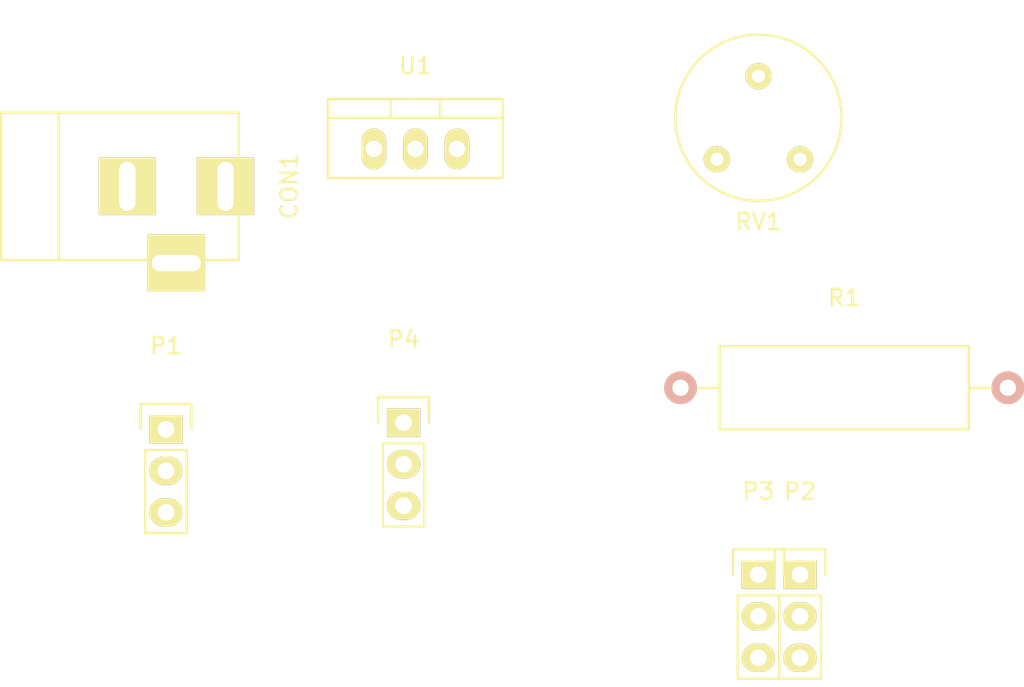
<source format=kicad_pcb>
(kicad_pcb (version 4) (host pcbnew "(2015-12-07 BZR 6352)-product")

  (general
    (links 19)
    (no_connects 11)
    (area 0 0 0 0)
    (thickness 1.6)
    (drawings 0)
    (tracks 0)
    (zones 0)
    (modules 8)
    (nets 5)
  )

  (page A4)
  (layers
    (0 F.Cu signal)
    (31 B.Cu signal)
    (32 B.Adhes user)
    (33 F.Adhes user)
    (34 B.Paste user)
    (35 F.Paste user)
    (36 B.SilkS user)
    (37 F.SilkS user)
    (38 B.Mask user)
    (39 F.Mask user)
    (40 Dwgs.User user)
    (41 Cmts.User user)
    (42 Eco1.User user)
    (43 Eco2.User user)
    (44 Edge.Cuts user)
    (45 Margin user)
    (46 B.CrtYd user)
    (47 F.CrtYd user)
    (48 B.Fab user)
    (49 F.Fab user)
  )

  (setup
    (last_trace_width 0.25)
    (trace_clearance 0.2)
    (zone_clearance 0.508)
    (zone_45_only no)
    (trace_min 0.2)
    (segment_width 0.2)
    (edge_width 0.15)
    (via_size 0.6)
    (via_drill 0.4)
    (via_min_size 0.4)
    (via_min_drill 0.3)
    (uvia_size 0.3)
    (uvia_drill 0.1)
    (uvias_allowed no)
    (uvia_min_size 0.2)
    (uvia_min_drill 0.1)
    (pcb_text_width 0.3)
    (pcb_text_size 1.5 1.5)
    (mod_edge_width 0.15)
    (mod_text_size 1 1)
    (mod_text_width 0.15)
    (pad_size 1.524 1.524)
    (pad_drill 0.762)
    (pad_to_mask_clearance 0.2)
    (aux_axis_origin 0 0)
    (visible_elements FFFFFF7F)
    (pcbplotparams
      (layerselection 0x00030_80000001)
      (usegerberextensions false)
      (excludeedgelayer true)
      (linewidth 0.100000)
      (plotframeref false)
      (viasonmask false)
      (mode 1)
      (useauxorigin false)
      (hpglpennumber 1)
      (hpglpenspeed 20)
      (hpglpendiameter 15)
      (hpglpenoverlay 2)
      (psnegative false)
      (psa4output false)
      (plotreference true)
      (plotvalue true)
      (plotinvisibletext false)
      (padsonsilk false)
      (subtractmaskfromsilk false)
      (outputformat 1)
      (mirror false)
      (drillshape 1)
      (scaleselection 1)
      (outputdirectory ""))
  )

  (net 0 "")
  (net 1 +9V)
  (net 2 GND)
  (net 3 "Net-(P3-Pad1)")
  (net 4 "Net-(R1-Pad2)")

  (net_class Default "This is the default net class."
    (clearance 0.2)
    (trace_width 0.25)
    (via_dia 0.6)
    (via_drill 0.4)
    (uvia_dia 0.3)
    (uvia_drill 0.1)
    (add_net +9V)
    (add_net GND)
    (add_net "Net-(P3-Pad1)")
    (add_net "Net-(R1-Pad2)")
  )

  (module Connect:BARREL_JACK (layer F.Cu) (tedit 0) (tstamp 56C11A6D)
    (at 131.4196 90.551)
    (descr "DC Barrel Jack")
    (tags "Power Jack")
    (path /56C10DA0)
    (fp_text reference CON1 (at 10.09904 0 90) (layer F.SilkS)
      (effects (font (size 1 1) (thickness 0.15)))
    )
    (fp_text value BARREL_JACK (at 0 -5.99948) (layer F.Fab)
      (effects (font (size 1 1) (thickness 0.15)))
    )
    (fp_line (start -4.0005 -4.50088) (end -4.0005 4.50088) (layer F.SilkS) (width 0.15))
    (fp_line (start -7.50062 -4.50088) (end -7.50062 4.50088) (layer F.SilkS) (width 0.15))
    (fp_line (start -7.50062 4.50088) (end 7.00024 4.50088) (layer F.SilkS) (width 0.15))
    (fp_line (start 7.00024 4.50088) (end 7.00024 -4.50088) (layer F.SilkS) (width 0.15))
    (fp_line (start 7.00024 -4.50088) (end -7.50062 -4.50088) (layer F.SilkS) (width 0.15))
    (pad 1 thru_hole rect (at 6.20014 0) (size 3.50012 3.50012) (drill oval 1.00076 2.99974) (layers *.Cu *.Mask F.SilkS)
      (net 1 +9V))
    (pad 2 thru_hole rect (at 0.20066 0) (size 3.50012 3.50012) (drill oval 1.00076 2.99974) (layers *.Cu *.Mask F.SilkS)
      (net 2 GND))
    (pad 3 thru_hole rect (at 3.2004 4.699) (size 3.50012 3.50012) (drill oval 2.99974 1.00076) (layers *.Cu *.Mask F.SilkS)
      (net 2 GND))
  )

  (module Pin_Headers:Pin_Header_Straight_1x03 (layer F.Cu) (tedit 0) (tstamp 56C11A74)
    (at 133.985 105.41)
    (descr "Through hole pin header")
    (tags "pin header")
    (path /56C11BA3)
    (fp_text reference P1 (at 0 -5.1) (layer F.SilkS)
      (effects (font (size 1 1) (thickness 0.15)))
    )
    (fp_text value CONN_01X03 (at 0 -3.1) (layer F.Fab)
      (effects (font (size 1 1) (thickness 0.15)))
    )
    (fp_line (start -1.75 -1.75) (end -1.75 6.85) (layer F.CrtYd) (width 0.05))
    (fp_line (start 1.75 -1.75) (end 1.75 6.85) (layer F.CrtYd) (width 0.05))
    (fp_line (start -1.75 -1.75) (end 1.75 -1.75) (layer F.CrtYd) (width 0.05))
    (fp_line (start -1.75 6.85) (end 1.75 6.85) (layer F.CrtYd) (width 0.05))
    (fp_line (start -1.27 1.27) (end -1.27 6.35) (layer F.SilkS) (width 0.15))
    (fp_line (start -1.27 6.35) (end 1.27 6.35) (layer F.SilkS) (width 0.15))
    (fp_line (start 1.27 6.35) (end 1.27 1.27) (layer F.SilkS) (width 0.15))
    (fp_line (start 1.55 -1.55) (end 1.55 0) (layer F.SilkS) (width 0.15))
    (fp_line (start 1.27 1.27) (end -1.27 1.27) (layer F.SilkS) (width 0.15))
    (fp_line (start -1.55 0) (end -1.55 -1.55) (layer F.SilkS) (width 0.15))
    (fp_line (start -1.55 -1.55) (end 1.55 -1.55) (layer F.SilkS) (width 0.15))
    (pad 1 thru_hole rect (at 0 0) (size 2.032 1.7272) (drill 1.016) (layers *.Cu *.Mask F.SilkS)
      (net 2 GND))
    (pad 2 thru_hole oval (at 0 2.54) (size 2.032 1.7272) (drill 1.016) (layers *.Cu *.Mask F.SilkS)
      (net 2 GND))
    (pad 3 thru_hole oval (at 0 5.08) (size 2.032 1.7272) (drill 1.016) (layers *.Cu *.Mask F.SilkS)
      (net 2 GND))
    (model Pin_Headers.3dshapes/Pin_Header_Straight_1x03.wrl
      (at (xyz 0 -0.1 0))
      (scale (xyz 1 1 1))
      (rotate (xyz 0 0 90))
    )
  )

  (module Pin_Headers:Pin_Header_Straight_1x03 (layer F.Cu) (tedit 0) (tstamp 56C11A7B)
    (at 172.72 114.3)
    (descr "Through hole pin header")
    (tags "pin header")
    (path /56C11C3C)
    (fp_text reference P2 (at 0 -5.1) (layer F.SilkS)
      (effects (font (size 1 1) (thickness 0.15)))
    )
    (fp_text value CONN_01X03 (at 0 -3.1) (layer F.Fab)
      (effects (font (size 1 1) (thickness 0.15)))
    )
    (fp_line (start -1.75 -1.75) (end -1.75 6.85) (layer F.CrtYd) (width 0.05))
    (fp_line (start 1.75 -1.75) (end 1.75 6.85) (layer F.CrtYd) (width 0.05))
    (fp_line (start -1.75 -1.75) (end 1.75 -1.75) (layer F.CrtYd) (width 0.05))
    (fp_line (start -1.75 6.85) (end 1.75 6.85) (layer F.CrtYd) (width 0.05))
    (fp_line (start -1.27 1.27) (end -1.27 6.35) (layer F.SilkS) (width 0.15))
    (fp_line (start -1.27 6.35) (end 1.27 6.35) (layer F.SilkS) (width 0.15))
    (fp_line (start 1.27 6.35) (end 1.27 1.27) (layer F.SilkS) (width 0.15))
    (fp_line (start 1.55 -1.55) (end 1.55 0) (layer F.SilkS) (width 0.15))
    (fp_line (start 1.27 1.27) (end -1.27 1.27) (layer F.SilkS) (width 0.15))
    (fp_line (start -1.55 0) (end -1.55 -1.55) (layer F.SilkS) (width 0.15))
    (fp_line (start -1.55 -1.55) (end 1.55 -1.55) (layer F.SilkS) (width 0.15))
    (pad 1 thru_hole rect (at 0 0) (size 2.032 1.7272) (drill 1.016) (layers *.Cu *.Mask F.SilkS)
      (net 2 GND))
    (pad 2 thru_hole oval (at 0 2.54) (size 2.032 1.7272) (drill 1.016) (layers *.Cu *.Mask F.SilkS)
      (net 2 GND))
    (pad 3 thru_hole oval (at 0 5.08) (size 2.032 1.7272) (drill 1.016) (layers *.Cu *.Mask F.SilkS)
      (net 2 GND))
    (model Pin_Headers.3dshapes/Pin_Header_Straight_1x03.wrl
      (at (xyz 0 -0.1 0))
      (scale (xyz 1 1 1))
      (rotate (xyz 0 0 90))
    )
  )

  (module Pin_Headers:Pin_Header_Straight_1x03 (layer F.Cu) (tedit 0) (tstamp 56C11A82)
    (at 170.18 114.3)
    (descr "Through hole pin header")
    (tags "pin header")
    (path /56C11B19)
    (fp_text reference P3 (at 0 -5.1) (layer F.SilkS)
      (effects (font (size 1 1) (thickness 0.15)))
    )
    (fp_text value CONN_01X03 (at 0 -3.1) (layer F.Fab)
      (effects (font (size 1 1) (thickness 0.15)))
    )
    (fp_line (start -1.75 -1.75) (end -1.75 6.85) (layer F.CrtYd) (width 0.05))
    (fp_line (start 1.75 -1.75) (end 1.75 6.85) (layer F.CrtYd) (width 0.05))
    (fp_line (start -1.75 -1.75) (end 1.75 -1.75) (layer F.CrtYd) (width 0.05))
    (fp_line (start -1.75 6.85) (end 1.75 6.85) (layer F.CrtYd) (width 0.05))
    (fp_line (start -1.27 1.27) (end -1.27 6.35) (layer F.SilkS) (width 0.15))
    (fp_line (start -1.27 6.35) (end 1.27 6.35) (layer F.SilkS) (width 0.15))
    (fp_line (start 1.27 6.35) (end 1.27 1.27) (layer F.SilkS) (width 0.15))
    (fp_line (start 1.55 -1.55) (end 1.55 0) (layer F.SilkS) (width 0.15))
    (fp_line (start 1.27 1.27) (end -1.27 1.27) (layer F.SilkS) (width 0.15))
    (fp_line (start -1.55 0) (end -1.55 -1.55) (layer F.SilkS) (width 0.15))
    (fp_line (start -1.55 -1.55) (end 1.55 -1.55) (layer F.SilkS) (width 0.15))
    (pad 1 thru_hole rect (at 0 0) (size 2.032 1.7272) (drill 1.016) (layers *.Cu *.Mask F.SilkS)
      (net 3 "Net-(P3-Pad1)"))
    (pad 2 thru_hole oval (at 0 2.54) (size 2.032 1.7272) (drill 1.016) (layers *.Cu *.Mask F.SilkS)
      (net 3 "Net-(P3-Pad1)"))
    (pad 3 thru_hole oval (at 0 5.08) (size 2.032 1.7272) (drill 1.016) (layers *.Cu *.Mask F.SilkS)
      (net 3 "Net-(P3-Pad1)"))
    (model Pin_Headers.3dshapes/Pin_Header_Straight_1x03.wrl
      (at (xyz 0 -0.1 0))
      (scale (xyz 1 1 1))
      (rotate (xyz 0 0 90))
    )
  )

  (module Pin_Headers:Pin_Header_Straight_1x03 (layer F.Cu) (tedit 0) (tstamp 56C11A89)
    (at 148.5011 105.0036)
    (descr "Through hole pin header")
    (tags "pin header")
    (path /56C11B51)
    (fp_text reference P4 (at 0 -5.1) (layer F.SilkS)
      (effects (font (size 1 1) (thickness 0.15)))
    )
    (fp_text value CONN_01X03 (at 0 -3.1) (layer F.Fab)
      (effects (font (size 1 1) (thickness 0.15)))
    )
    (fp_line (start -1.75 -1.75) (end -1.75 6.85) (layer F.CrtYd) (width 0.05))
    (fp_line (start 1.75 -1.75) (end 1.75 6.85) (layer F.CrtYd) (width 0.05))
    (fp_line (start -1.75 -1.75) (end 1.75 -1.75) (layer F.CrtYd) (width 0.05))
    (fp_line (start -1.75 6.85) (end 1.75 6.85) (layer F.CrtYd) (width 0.05))
    (fp_line (start -1.27 1.27) (end -1.27 6.35) (layer F.SilkS) (width 0.15))
    (fp_line (start -1.27 6.35) (end 1.27 6.35) (layer F.SilkS) (width 0.15))
    (fp_line (start 1.27 6.35) (end 1.27 1.27) (layer F.SilkS) (width 0.15))
    (fp_line (start 1.55 -1.55) (end 1.55 0) (layer F.SilkS) (width 0.15))
    (fp_line (start 1.27 1.27) (end -1.27 1.27) (layer F.SilkS) (width 0.15))
    (fp_line (start -1.55 0) (end -1.55 -1.55) (layer F.SilkS) (width 0.15))
    (fp_line (start -1.55 -1.55) (end 1.55 -1.55) (layer F.SilkS) (width 0.15))
    (pad 1 thru_hole rect (at 0 0) (size 2.032 1.7272) (drill 1.016) (layers *.Cu *.Mask F.SilkS)
      (net 3 "Net-(P3-Pad1)"))
    (pad 2 thru_hole oval (at 0 2.54) (size 2.032 1.7272) (drill 1.016) (layers *.Cu *.Mask F.SilkS)
      (net 3 "Net-(P3-Pad1)"))
    (pad 3 thru_hole oval (at 0 5.08) (size 2.032 1.7272) (drill 1.016) (layers *.Cu *.Mask F.SilkS)
      (net 3 "Net-(P3-Pad1)"))
    (model Pin_Headers.3dshapes/Pin_Header_Straight_1x03.wrl
      (at (xyz 0 -0.1 0))
      (scale (xyz 1 1 1))
      (rotate (xyz 0 0 90))
    )
  )

  (module Resistors_ThroughHole:Resistor_Horizontal_RM20mm (layer F.Cu) (tedit 53F56317) (tstamp 56C11A8F)
    (at 175.42 102.87)
    (descr "Resistor, Axial, RM 20mm,")
    (tags "Resistor, Axial, RM 20mm,")
    (path /56C11917)
    (fp_text reference R1 (at 0 -5.4991) (layer F.SilkS)
      (effects (font (size 1 1) (thickness 0.15)))
    )
    (fp_text value 1K (at 0 5.00126) (layer F.Fab)
      (effects (font (size 1 1) (thickness 0.15)))
    )
    (fp_line (start -7.62 -2.54) (end -7.62 2.54) (layer F.SilkS) (width 0.15))
    (fp_line (start -7.62 2.54) (end 7.62 2.54) (layer F.SilkS) (width 0.15))
    (fp_line (start 7.62 2.54) (end 7.62 0) (layer F.SilkS) (width 0.15))
    (fp_line (start 7.62 0) (end 7.62 -2.54) (layer F.SilkS) (width 0.15))
    (fp_line (start 7.62 -2.54) (end -7.62 -2.54) (layer F.SilkS) (width 0.15))
    (fp_line (start 8.89 0) (end 7.62 0) (layer F.SilkS) (width 0.15))
    (fp_line (start -8.89 0) (end -7.62 0) (layer F.SilkS) (width 0.15))
    (pad 1 thru_hole circle (at -10 0) (size 1.99898 1.99898) (drill 1.00076) (layers *.Cu *.SilkS *.Mask)
      (net 3 "Net-(P3-Pad1)"))
    (pad 2 thru_hole circle (at 10 0) (size 1.99898 1.99898) (drill 1.00076) (layers *.Cu *.SilkS *.Mask)
      (net 4 "Net-(R1-Pad2)"))
    (model Resistors_ThroughHole.3dshapes/Resistor_Horizontal_RM20mm.wrl
      (at (xyz 0 0 0))
      (scale (xyz 0.4 0.4 0.4))
      (rotate (xyz 0 0 0))
    )
  )

  (module Footprints:SalvagedPotFootprint (layer F.Cu) (tedit 56C119C4) (tstamp 56C11A97)
    (at 167.64 88.9)
    (path /56C11954)
    (fp_text reference RV1 (at 2.54 3.81) (layer F.SilkS)
      (effects (font (size 1 1) (thickness 0.15)))
    )
    (fp_text value 19K (at 2.54 -8.89) (layer F.Fab)
      (effects (font (size 1 1) (thickness 0.15)))
    )
    (fp_circle (center 2.54 -2.54) (end 7.62 -2.54) (layer F.SilkS) (width 0.15))
    (pad 1 thru_hole circle (at 0 0) (size 1.6 1.6) (drill 0.8) (layers *.Cu *.Mask F.SilkS)
      (net 4 "Net-(R1-Pad2)"))
    (pad 2 thru_hole circle (at 5.08 0) (size 1.6 1.6) (drill 0.8) (layers *.Cu *.Mask F.SilkS)
      (net 4 "Net-(R1-Pad2)"))
    (pad 3 thru_hole circle (at 2.54 -5.08) (size 1.6 1.6) (drill 0.8) (layers *.Cu *.Mask F.SilkS)
      (net 2 GND))
  )

  (module TO_SOT_Packages_THT:TO-220_Neutral123_Vertical (layer F.Cu) (tedit 0) (tstamp 56C11A9E)
    (at 149.225 88.265)
    (descr "TO-220, Neutral, Vertical,")
    (tags "TO-220, Neutral, Vertical,")
    (path /56C1183D)
    (fp_text reference U1 (at 0 -5.08) (layer F.SilkS)
      (effects (font (size 1 1) (thickness 0.15)))
    )
    (fp_text value LM317AT (at 0 3.81) (layer F.Fab)
      (effects (font (size 1 1) (thickness 0.15)))
    )
    (fp_line (start -1.524 -3.048) (end -1.524 -1.905) (layer F.SilkS) (width 0.15))
    (fp_line (start 1.524 -3.048) (end 1.524 -1.905) (layer F.SilkS) (width 0.15))
    (fp_line (start 5.334 -1.905) (end 5.334 1.778) (layer F.SilkS) (width 0.15))
    (fp_line (start 5.334 1.778) (end -5.334 1.778) (layer F.SilkS) (width 0.15))
    (fp_line (start -5.334 1.778) (end -5.334 -1.905) (layer F.SilkS) (width 0.15))
    (fp_line (start 5.334 -3.048) (end 5.334 -1.905) (layer F.SilkS) (width 0.15))
    (fp_line (start 5.334 -1.905) (end -5.334 -1.905) (layer F.SilkS) (width 0.15))
    (fp_line (start -5.334 -1.905) (end -5.334 -3.048) (layer F.SilkS) (width 0.15))
    (fp_line (start 0 -3.048) (end -5.334 -3.048) (layer F.SilkS) (width 0.15))
    (fp_line (start 0 -3.048) (end 5.334 -3.048) (layer F.SilkS) (width 0.15))
    (pad 2 thru_hole oval (at 0 0 90) (size 2.49936 1.50114) (drill 1.00076) (layers *.Cu *.Mask F.SilkS)
      (net 3 "Net-(P3-Pad1)"))
    (pad 1 thru_hole oval (at -2.54 0 90) (size 2.49936 1.50114) (drill 1.00076) (layers *.Cu *.Mask F.SilkS)
      (net 4 "Net-(R1-Pad2)"))
    (pad 3 thru_hole oval (at 2.54 0 90) (size 2.49936 1.50114) (drill 1.00076) (layers *.Cu *.Mask F.SilkS)
      (net 1 +9V))
    (model TO_SOT_Packages_THT.3dshapes/TO-220_Neutral123_Vertical.wrl
      (at (xyz 0 0 0))
      (scale (xyz 0.3937 0.3937 0.3937))
      (rotate (xyz 0 0 0))
    )
  )

)

</source>
